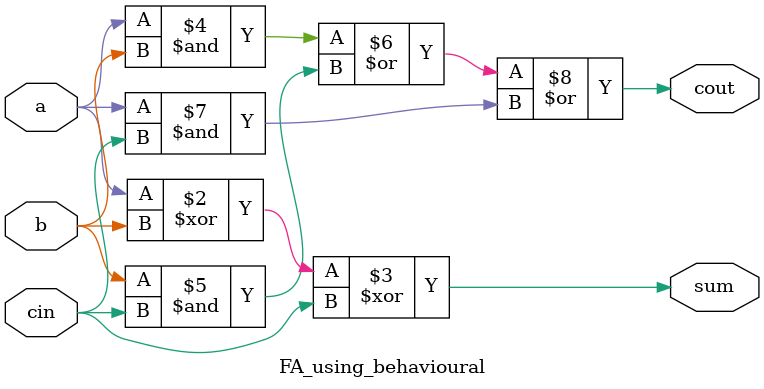
<source format=v>
`timescale 1ns / 1ps
module FA_using_behavioural (
    input  a, b, cin,
    output reg sum, cout
);
    always @(*) begin
        sum  = a ^ b ^ cin;
        cout = (a & b) | (b & cin) | (a & cin);
    end
endmodule


</source>
